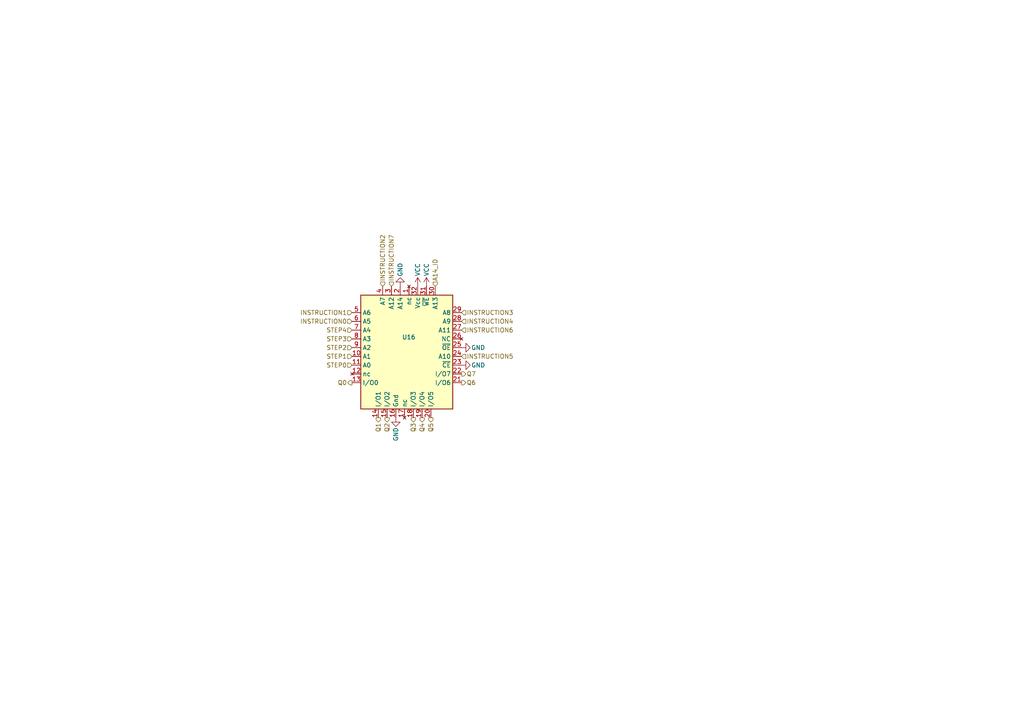
<source format=kicad_sch>
(kicad_sch (version 20211123) (generator eeschema)
  (paper "A4")
  (lib_symbols
    (symbol "LIBRARY-8-bit-computer:PLCC32_28_28C256"
      (property "Reference" "U" (at 19.05 -22.86 0))
      (property "Value" "PLCC32_28_28C256" (at 10.16 -20.32 0))
      (symbol "PLCC32_28_28C256_1_1"
        (rectangle (start -12.7 15.24) (end 13.97 -17.78) (stroke (width 0.254)) (fill (type background)))
        (pin no_connect line (at 1.27 17.78 270) (length 2.54) (name "nc") (number "1"))
        (pin input line (at -15.24 -2.54 0) (length 2.54) (name "A1") (number "10"))
        (pin input line (at -15.24 -5.08 0) (length 2.54) (name "A0") (number "11"))
        (pin no_connect line (at -15.24 -7.62 0) (length 2.54) (name "nc") (number "12"))
        (pin bidirectional line (at -15.24 -10.16 0) (length 2.54) (name "I/O0") (number "13"))
        (pin bidirectional line (at -7.62 -20.32 90) (length 2.54) (name "I/O1") (number "14"))
        (pin bidirectional line (at -5.08 -20.32 90) (length 2.54) (name "I/O2") (number "15"))
        (pin power_in line (at -2.54 -20.32 90) (length 2.54) (name "Gnd") (number "16"))
        (pin no_connect line (at 0 -20.32 90) (length 2.54) (name "nc") (number "17"))
        (pin bidirectional line (at 2.54 -20.32 90) (length 2.54) (name "I/O3") (number "18"))
        (pin bidirectional line (at 5.08 -20.32 90) (length 2.54) (name "I/O4") (number "19"))
        (pin input line (at -1.27 17.78 270) (length 2.54) (name "A14") (number "2"))
        (pin bidirectional line (at 7.62 -20.32 90) (length 2.54) (name "I/O5") (number "20"))
        (pin bidirectional line (at 16.51 -10.16 180) (length 2.54) (name "I/O6") (number "21"))
        (pin bidirectional line (at 16.51 -7.62 180) (length 2.54) (name "I/O7") (number "22"))
        (pin input line (at 16.51 -5.08 180) (length 2.54) (name "~{CE}") (number "23"))
        (pin input line (at 16.51 -2.54 180) (length 2.54) (name "A10") (number "24"))
        (pin input line (at 16.51 0 180) (length 2.54) (name "~{OE}") (number "25"))
        (pin no_connect line (at 16.51 2.54 180) (length 2.54) (name "NC") (number "26"))
        (pin input line (at 16.51 5.08 180) (length 2.54) (name "A11") (number "27"))
        (pin input line (at 16.51 7.62 180) (length 2.54) (name "A9") (number "28"))
        (pin input line (at 16.51 10.16 180) (length 2.54) (name "A8") (number "29"))
        (pin input line (at -3.81 17.78 270) (length 2.54) (name "A12") (number "3"))
        (pin input line (at 8.89 17.78 270) (length 2.54) (name "A13") (number "30"))
        (pin input line (at 6.35 17.78 270) (length 2.54) (name "~{WE}") (number "31"))
        (pin power_in line (at 3.81 17.78 270) (length 2.54) (name "Vcc") (number "32"))
        (pin input line (at -6.35 17.78 270) (length 2.54) (name "A7") (number "4"))
        (pin input line (at -15.24 10.16 0) (length 2.54) (name "A6") (number "5"))
        (pin input line (at -15.24 7.62 0) (length 2.54) (name "A5") (number "6"))
        (pin input line (at -15.24 5.08 0) (length 2.54) (name "A4") (number "7"))
        (pin input line (at -15.24 2.54 0) (length 2.54) (name "A3") (number "8"))
        (pin input line (at -15.24 0 0) (length 2.54) (name "A2") (number "9"))
      )
    )
    (symbol "power:GND" (power) (pin_names (offset 0))
      (property "Value" "GND" (at 0 -3.81 0))
      (symbol "GND_0_1"
        (polyline (pts (xy 0 0) (xy 0 -1.27) (xy 1.27 -1.27) (xy 0 -2.54) (xy -1.27 -1.27) (xy 0 -1.27)))
      )
      (symbol "GND_1_1"
        (pin power_in line (at 0 0 270) (length 0) hide (name "GND") (number "1"))
      )
    )
    (symbol "power:VCC" (power) (pin_names (offset 0))
      (property "Value" "VCC" (at 0 3.81 0))
      (symbol "VCC_0_1"
        (polyline (pts (xy -0.762 1.27) (xy 0 2.54)))
        (polyline (pts (xy 0 0) (xy 0 2.54)))
        (polyline (pts (xy 0 2.54) (xy 0.762 1.27)))
      )
      (symbol "VCC_1_1"
        (pin power_in line (at 0 0 90) (length 0) hide (name "VCC") (number "1"))
      )
    )
  )
  (hierarchical_label "STEP2" (shape input) (at 102.108 100.838 180))
  (hierarchical_label "INSTRUCTION5" (shape input) (at 133.858 103.378 0))
  (hierarchical_label "INSTRUCTION3" (shape input) (at 133.858 90.678 0))
  (hierarchical_label "STEP0" (shape input) (at 102.108 105.918 180))
  (hierarchical_label "Q2" (shape output) (at 112.268 121.158 270))
  (hierarchical_label "INSTRUCTION0" (shape input) (at 102.108 93.218 180))
  (hierarchical_label "STEP1" (shape input) (at 102.108 103.378 180))
  (hierarchical_label "Q1" (shape output) (at 109.728 121.158 270))
  (hierarchical_label "Q7" (shape output) (at 133.858 108.458 0))
  (hierarchical_label "Q3" (shape output) (at 119.888 121.158 270))
  (hierarchical_label "INSTRUCTION7" (shape input) (at 113.538 83.058 90))
  (hierarchical_label "Q0" (shape output) (at 102.108 110.998 180))
  (hierarchical_label "INSTRUCTION4" (shape input) (at 133.858 93.218 0))
  (hierarchical_label "Q4" (shape output) (at 122.428 121.158 270))
  (hierarchical_label "INSTRUCTION2" (shape input) (at 110.998 83.058 90))
  (hierarchical_label "Q5" (shape output) (at 124.968 121.158 270))
  (hierarchical_label "A14_ID" (shape input) (at 126.238 83.058 90))
  (hierarchical_label "INSTRUCTION1" (shape input) (at 102.108 90.678 180))
  (hierarchical_label "STEP4" (shape input) (at 102.108 95.758 180))
  (hierarchical_label "STEP3" (shape input) (at 102.108 98.298 180))
  (hierarchical_label "Q6" (shape output) (at 133.858 110.998 0))
  (hierarchical_label "INSTRUCTION6" (shape input) (at 133.858 95.758 0))
  (symbol (lib_id "power:GND") (at 133.858 100.838 90)
    (property "Reference" "#PWR061" (effects hide))
    (property "Value" "GND" (at 138.684 100.838 90))
  )
  (symbol (lib_id "power:GND") (at 114.808 121.158 0)
    (property "Reference" "#PWR056" (effects hide))
    (property "Value" "GND" (at 114.808 125.984 90))
  )
  (symbol (lib_id "LIBRARY-8-bit-computer:PLCC32_28_28C256") (at 117.348 100.838 0)
    (property "Reference" "U16" (at 116.586 97.79 0) (effects (justify left)))
    (property "Value" "PLCC32_28_28C256" (effects hide))
    (property "Footprint" "LIBRARY-8-bit-computer:Socket-PLCC-32" (effects hide))
    (property "Datasheet" "http://ww1.microchip.com/downloads/en/DeviceDoc/doc0006.pdf" (effects hide))
    (property "Field4" "Write Microcode EEPROM" (effects hide))
  )
  (symbol (lib_id "power:GND") (at 116.078 83.058 180)
    (property "Reference" "#PWR?" (effects hide))
    (property "Value" "GND" (at 116.078 78.232 90))
  )
  (symbol (lib_id "power:VCC") (at 121.158 83.058 0)
    (property "Reference" "#PWR058" (effects hide))
    (property "Value" "VCC" (at 121.158 78.232 90))
  )
  (symbol (lib_id "power:VCC") (at 123.698 83.058 0)
    (property "Reference" "#PWR059" (effects hide))
    (property "Value" "VCC" (at 123.698 78.232 90))
  )
  (symbol (lib_id "power:GND") (at 133.858 105.918 90)
    (property "Reference" "#PWR062" (effects hide))
    (property "Value" "GND" (at 138.684 105.918 90))
  )
)
</source>
